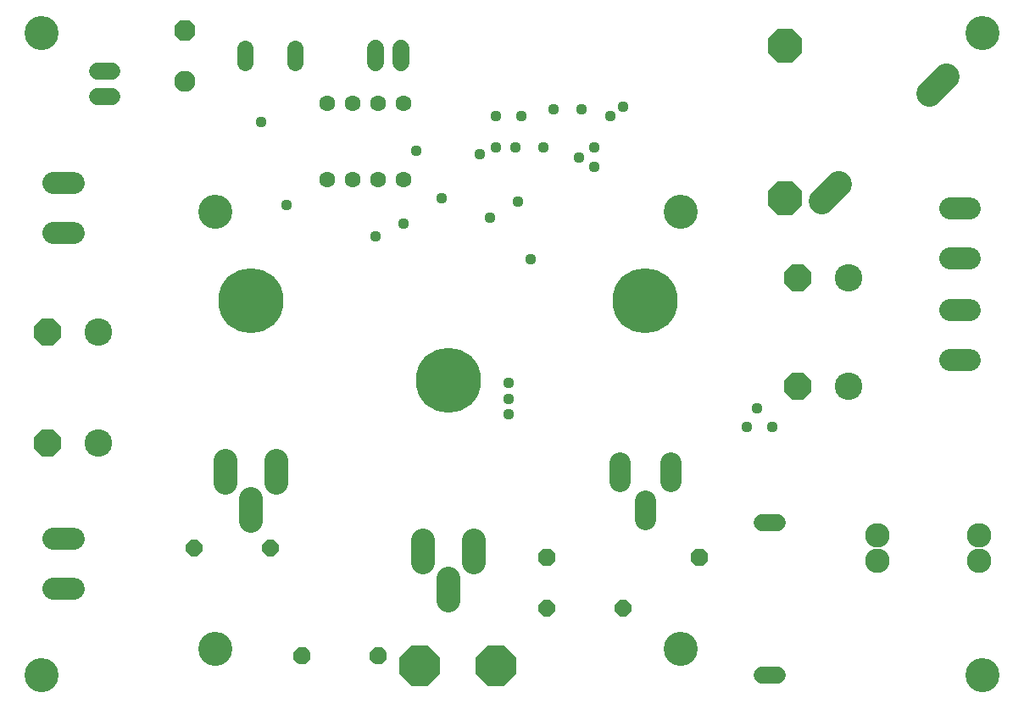
<source format=gts>
G75*
%MOIN*%
%OFA0B0*%
%FSLAX25Y25*%
%IPPOS*%
%LPD*%
%AMOC8*
5,1,8,0,0,1.08239X$1,22.5*
%
%ADD10C,0.13398*%
%ADD11OC8,0.06400*%
%ADD12C,0.10800*%
%ADD13OC8,0.10800*%
%ADD14C,0.08300*%
%ADD15OC8,0.08300*%
%ADD16C,0.06343*%
%ADD17C,0.10250*%
%ADD18C,0.01360*%
%ADD19OC8,0.15800*%
%ADD20C,0.09658*%
%ADD21OC8,0.06800*%
%ADD22C,0.08600*%
%ADD23C,0.06737*%
%ADD24C,0.06312*%
%ADD25C,0.06500*%
%ADD26OC8,0.13398*%
%ADD27C,0.08400*%
%ADD28C,0.25603*%
%ADD29C,0.09400*%
%ADD30C,0.04400*%
%ADD31C,0.04369*%
D10*
X0014750Y0016000D03*
X0083215Y0026207D03*
X0266285Y0026207D03*
X0384750Y0016000D03*
X0266285Y0198293D03*
X0384750Y0268500D03*
X0083215Y0198293D03*
X0014750Y0268500D03*
D11*
X0213500Y0042250D03*
X0243500Y0042250D03*
D12*
X0332250Y0129750D03*
X0332250Y0172250D03*
X0037250Y0151000D03*
X0037250Y0107250D03*
D13*
X0017250Y0107250D03*
X0017250Y0151000D03*
X0312250Y0129750D03*
X0312250Y0172250D03*
D14*
X0071000Y0249750D03*
D15*
X0071000Y0269750D03*
D16*
X0094907Y0262522D02*
X0094907Y0256978D01*
X0114593Y0256978D02*
X0114593Y0262522D01*
D17*
X0321446Y0202696D02*
X0328128Y0209378D01*
X0363872Y0245122D02*
X0370554Y0251804D01*
D18*
X0105234Y0063924D02*
X0105914Y0063244D01*
X0103660Y0063244D01*
X0102068Y0064836D01*
X0102068Y0067090D01*
X0103660Y0068682D01*
X0105914Y0068682D01*
X0107506Y0067090D01*
X0107506Y0064836D01*
X0105914Y0063244D01*
X0105491Y0064264D01*
X0104083Y0064264D01*
X0103088Y0065259D01*
X0103088Y0066667D01*
X0104083Y0067662D01*
X0105491Y0067662D01*
X0106486Y0066667D01*
X0106486Y0065259D01*
X0105491Y0064264D01*
X0105069Y0065284D01*
X0104505Y0065284D01*
X0104108Y0065681D01*
X0104108Y0066245D01*
X0104505Y0066642D01*
X0105069Y0066642D01*
X0105466Y0066245D01*
X0105466Y0065681D01*
X0105069Y0065284D01*
X0075234Y0063924D02*
X0075914Y0063244D01*
X0073660Y0063244D01*
X0072068Y0064836D01*
X0072068Y0067090D01*
X0073660Y0068682D01*
X0075914Y0068682D01*
X0077506Y0067090D01*
X0077506Y0064836D01*
X0075914Y0063244D01*
X0075491Y0064264D01*
X0074083Y0064264D01*
X0073088Y0065259D01*
X0073088Y0066667D01*
X0074083Y0067662D01*
X0075491Y0067662D01*
X0076486Y0066667D01*
X0076486Y0065259D01*
X0075491Y0064264D01*
X0075069Y0065284D01*
X0074505Y0065284D01*
X0074108Y0065681D01*
X0074108Y0066245D01*
X0074505Y0066642D01*
X0075069Y0066642D01*
X0075466Y0066245D01*
X0075466Y0065681D01*
X0075069Y0065284D01*
X0117660Y0021498D02*
X0118340Y0020818D01*
X0116086Y0020818D01*
X0114494Y0022410D01*
X0114494Y0024664D01*
X0116086Y0026256D01*
X0118340Y0026256D01*
X0119932Y0024664D01*
X0119932Y0022410D01*
X0118340Y0020818D01*
X0117917Y0021838D01*
X0116509Y0021838D01*
X0115514Y0022833D01*
X0115514Y0024241D01*
X0116509Y0025236D01*
X0117917Y0025236D01*
X0118912Y0024241D01*
X0118912Y0022833D01*
X0117917Y0021838D01*
X0117495Y0022858D01*
X0116931Y0022858D01*
X0116534Y0023255D01*
X0116534Y0023819D01*
X0116931Y0024216D01*
X0117495Y0024216D01*
X0117892Y0023819D01*
X0117892Y0023255D01*
X0117495Y0022858D01*
X0147660Y0021498D02*
X0148340Y0020818D01*
X0146086Y0020818D01*
X0144494Y0022410D01*
X0144494Y0024664D01*
X0146086Y0026256D01*
X0148340Y0026256D01*
X0149932Y0024664D01*
X0149932Y0022410D01*
X0148340Y0020818D01*
X0147917Y0021838D01*
X0146509Y0021838D01*
X0145514Y0022833D01*
X0145514Y0024241D01*
X0146509Y0025236D01*
X0147917Y0025236D01*
X0148912Y0024241D01*
X0148912Y0022833D01*
X0147917Y0021838D01*
X0147495Y0022858D01*
X0146931Y0022858D01*
X0146534Y0023255D01*
X0146534Y0023819D01*
X0146931Y0024216D01*
X0147495Y0024216D01*
X0147892Y0023819D01*
X0147892Y0023255D01*
X0147495Y0022858D01*
D19*
X0163500Y0019750D03*
X0193500Y0019750D03*
D20*
X0343500Y0061000D03*
X0343500Y0071000D03*
X0383500Y0071000D03*
X0383500Y0061000D03*
D21*
X0273500Y0062250D03*
X0213500Y0062250D03*
D22*
X0372100Y0139850D02*
X0379900Y0139850D01*
X0379900Y0159650D02*
X0372100Y0159650D01*
X0372100Y0179850D02*
X0379900Y0179850D01*
X0379900Y0199650D02*
X0372100Y0199650D01*
X0027400Y0189850D02*
X0019600Y0189850D01*
X0019600Y0209650D02*
X0027400Y0209650D01*
X0027400Y0069650D02*
X0019600Y0069650D01*
X0019600Y0049850D02*
X0027400Y0049850D01*
D23*
X0298031Y0076000D02*
X0303969Y0076000D01*
X0303969Y0016000D02*
X0298031Y0016000D01*
D24*
X0157250Y0211000D03*
X0147250Y0211000D03*
X0137250Y0211000D03*
X0127250Y0211000D03*
X0127250Y0241000D03*
X0137250Y0241000D03*
X0147250Y0241000D03*
X0157250Y0241000D03*
D25*
X0156000Y0256900D02*
X0156000Y0262600D01*
X0146000Y0262600D02*
X0146000Y0256900D01*
X0042600Y0253500D02*
X0036900Y0253500D01*
X0036900Y0243500D02*
X0042600Y0243500D01*
D26*
X0307250Y0263500D03*
X0307250Y0203500D03*
D27*
X0262250Y0099800D02*
X0262250Y0092200D01*
X0252250Y0084800D02*
X0252250Y0077200D01*
X0242250Y0092200D02*
X0242250Y0099800D01*
D28*
X0174750Y0132073D03*
X0097250Y0163323D03*
X0252250Y0163323D03*
D29*
X0184750Y0069050D02*
X0184750Y0060450D01*
X0174750Y0054050D02*
X0174750Y0045450D01*
X0164750Y0060450D02*
X0164750Y0069050D01*
X0107250Y0091700D02*
X0107250Y0100300D01*
X0097250Y0085300D02*
X0097250Y0076700D01*
X0087250Y0091700D02*
X0087250Y0100300D01*
D30*
X0157250Y0193500D03*
X0172250Y0203500D03*
X0191000Y0196000D03*
X0193500Y0223500D03*
X0212250Y0223500D03*
X0232250Y0216000D03*
X0227250Y0238500D03*
X0193500Y0236000D03*
X0111000Y0201000D03*
D31*
X0146000Y0188500D03*
X0187250Y0221000D03*
X0201000Y0223500D03*
X0203500Y0236000D03*
X0216000Y0238500D03*
X0232250Y0223500D03*
X0226000Y0219750D03*
X0238500Y0236000D03*
X0243500Y0239750D03*
X0202250Y0202250D03*
X0207250Y0179750D03*
X0162250Y0222250D03*
X0101000Y0233500D03*
X0198500Y0131000D03*
X0198500Y0124750D03*
X0198500Y0118500D03*
X0292250Y0113500D03*
X0302250Y0113500D03*
X0296000Y0121000D03*
M02*

</source>
